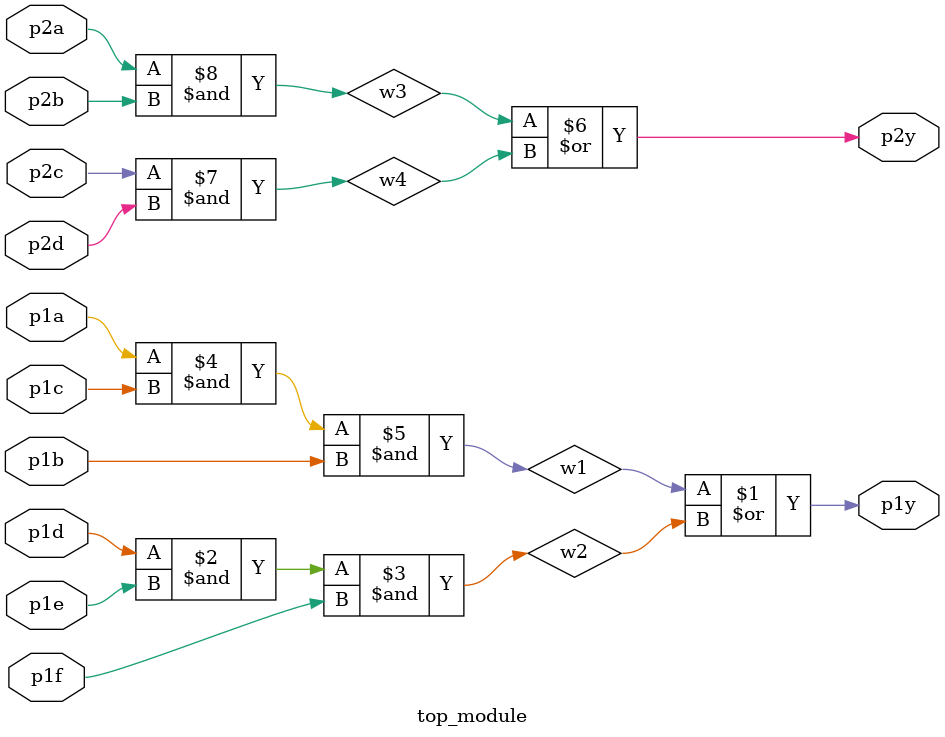
<source format=v>
module top_module ( 
    input p1a, p1b, p1c, p1d, p1e, p1f,
    output p1y,
    input p2a, p2b, p2c, p2d,
    output p2y );
    wire w1,w2,w3,w4;
    
    assign p1y = w1 | w2;
    assign {w1,w2} = { p1a & p1c & p1b , p1d & p1e & p1f};
    assign p2y = w3 | w4;
    assign {w3,w4} = { p2a & p2b , p2c & p2d};
    


endmodule

</source>
